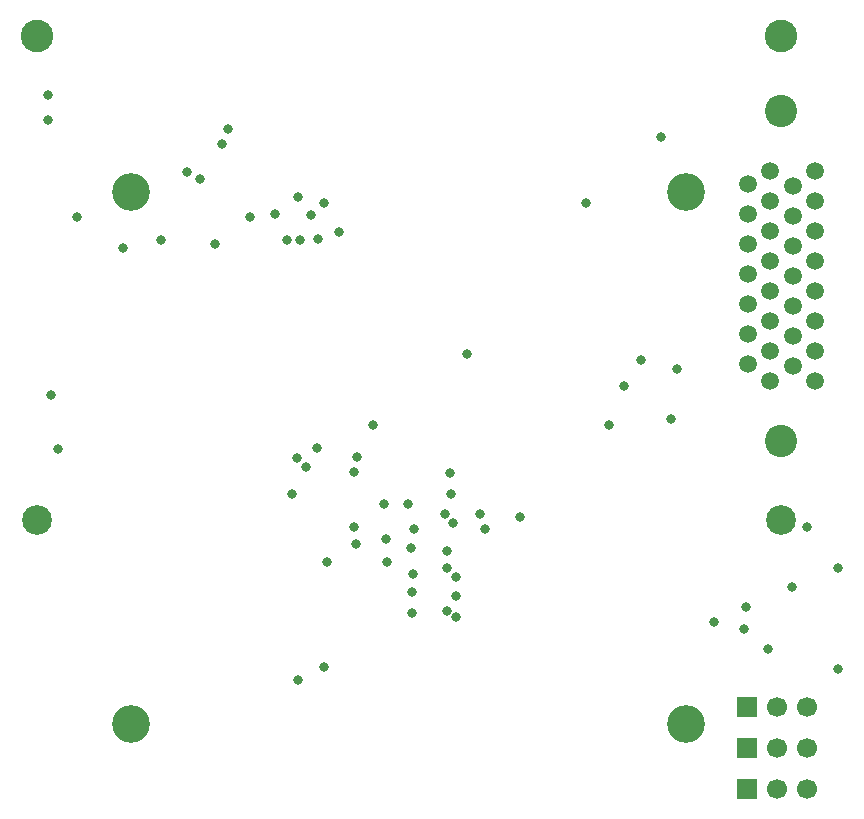
<source format=gts>
%FSLAX42Y42*%
%MOMM*%
G71*
G01*
G75*
G04 Layer_Color=8388736*
%ADD10C,0.15*%
%ADD11C,0.50*%
%ADD12C,0.80*%
%ADD13C,0.20*%
%ADD14C,0.25*%
%ADD15C,1.00*%
%ADD16C,4.10*%
%ADD17C,1.30*%
%ADD18C,2.54*%
%ADD19R,1.50X1.50*%
%ADD20C,1.50*%
%ADD21C,2.30*%
%ADD22C,2.55*%
%ADD23C,3.00*%
%ADD24C,0.60*%
%ADD25C,0.50*%
%ADD26R,0.61X0.51*%
%ADD27R,0.71X1.32*%
G04:AMPARAMS|DCode=28|XSize=0.51mm|YSize=0.61mm|CornerRadius=0.13mm|HoleSize=0mm|Usage=FLASHONLY|Rotation=0.000|XOffset=0mm|YOffset=0mm|HoleType=Round|Shape=RoundedRectangle|*
%AMROUNDEDRECTD28*
21,1,0.51,0.36,0,0,0.0*
21,1,0.25,0.61,0,0,0.0*
1,1,0.25,0.13,-0.18*
1,1,0.25,-0.13,-0.18*
1,1,0.25,-0.13,0.18*
1,1,0.25,0.13,0.18*
%
%ADD28ROUNDEDRECTD28*%
%ADD29R,0.30X0.30*%
%ADD30R,0.30X0.50*%
%ADD31R,0.30X0.30*%
%ADD32R,0.50X0.30*%
%ADD33R,3.30X3.30*%
%ADD34R,0.30X0.45*%
%ADD35R,0.45X0.30*%
%ADD36R,0.98X3.40*%
%ADD37R,1.42X1.07*%
%ADD38R,1.91X1.19*%
%ADD39R,1.91X2.39*%
%ADD40R,2.11X1.50*%
%ADD41R,1.70X0.46*%
%ADD42R,0.51X0.61*%
%ADD43R,0.61X0.91*%
G04:AMPARAMS|DCode=44|XSize=0.71mm|YSize=1.32mm|CornerRadius=0.18mm|HoleSize=0mm|Usage=FLASHONLY|Rotation=0.000|XOffset=0mm|YOffset=0mm|HoleType=Round|Shape=RoundedRectangle|*
%AMROUNDEDRECTD44*
21,1,0.71,0.97,0,0,0.0*
21,1,0.36,1.32,0,0,0.0*
1,1,0.36,0.18,-0.48*
1,1,0.36,-0.18,-0.48*
1,1,0.36,-0.18,0.48*
1,1,0.36,0.18,0.48*
%
%ADD44ROUNDEDRECTD44*%
G04:AMPARAMS|DCode=45|XSize=0.61mm|YSize=0.91mm|CornerRadius=0.15mm|HoleSize=0mm|Usage=FLASHONLY|Rotation=90.000|XOffset=0mm|YOffset=0mm|HoleType=Round|Shape=RoundedRectangle|*
%AMROUNDEDRECTD45*
21,1,0.61,0.61,0,0,90.0*
21,1,0.30,0.91,0,0,90.0*
1,1,0.30,0.30,0.15*
1,1,0.30,0.30,-0.15*
1,1,0.30,-0.30,-0.15*
1,1,0.30,-0.30,0.15*
%
%ADD45ROUNDEDRECTD45*%
%ADD46R,0.71X0.20*%
%ADD47O,0.28X0.85*%
%ADD48O,0.85X0.28*%
%ADD49R,1.70X1.70*%
%ADD50R,3.02X0.76*%
%ADD51R,1.22X0.71*%
%ADD52R,1.70X0.40*%
G04:AMPARAMS|DCode=53|XSize=0.61mm|YSize=1.7mm|CornerRadius=0.3mm|HoleSize=0mm|Usage=FLASHONLY|Rotation=0.000|XOffset=0mm|YOffset=0mm|HoleType=Round|Shape=RoundedRectangle|*
%AMROUNDEDRECTD53*
21,1,0.61,1.09,0,0,0.0*
21,1,0.00,1.70,0,0,0.0*
1,1,0.61,0.00,-0.55*
1,1,0.61,0.00,-0.55*
1,1,0.61,0.00,0.55*
1,1,0.61,0.00,0.55*
%
%ADD53ROUNDEDRECTD53*%
G04:AMPARAMS|DCode=54|XSize=2.82mm|YSize=1.02mm|CornerRadius=0.51mm|HoleSize=0mm|Usage=FLASHONLY|Rotation=270.000|XOffset=0mm|YOffset=0mm|HoleType=Round|Shape=RoundedRectangle|*
%AMROUNDEDRECTD54*
21,1,2.82,0.00,0,0,270.0*
21,1,1.80,1.02,0,0,270.0*
1,1,1.02,0.00,-0.90*
1,1,1.02,0.00,0.90*
1,1,1.02,0.00,0.90*
1,1,1.02,0.00,-0.90*
%
%ADD54ROUNDEDRECTD54*%
%ADD55C,0.38*%
%ADD56C,0.60*%
%ADD57C,0.13*%
%ADD58R,0.60X0.15*%
%ADD59C,0.10*%
%ADD60C,1.50*%
%ADD61C,2.74*%
%ADD62R,1.70X1.70*%
%ADD63C,1.70*%
%ADD64C,2.51*%
%ADD65C,2.76*%
%ADD66C,3.20*%
%ADD67C,0.80*%
D59*
X-2985Y1905D02*
D03*
X-928Y-958D02*
D03*
D60*
X2925Y1528D02*
D03*
Y1782D02*
D03*
Y2036D02*
D03*
Y2290D02*
D03*
Y2544D02*
D03*
Y2798D02*
D03*
Y3052D02*
D03*
X2735Y1655D02*
D03*
Y1909D02*
D03*
Y2163D02*
D03*
Y2417D02*
D03*
Y2671D02*
D03*
Y2925D02*
D03*
X2544Y3052D02*
D03*
Y2798D02*
D03*
Y2544D02*
D03*
Y2290D02*
D03*
Y2036D02*
D03*
Y1782D02*
D03*
Y1528D02*
D03*
Y1274D02*
D03*
X2354Y2938D02*
D03*
Y2684D02*
D03*
Y2430D02*
D03*
Y2176D02*
D03*
Y1922D02*
D03*
Y1668D02*
D03*
Y1414D02*
D03*
X2735Y1401D02*
D03*
X2925Y1274D02*
D03*
D61*
X2640Y3560D02*
D03*
Y766D02*
D03*
D62*
X2350Y-1829D02*
D03*
Y-2184D02*
D03*
Y-1486D02*
D03*
D63*
X2603Y-1829D02*
D03*
X2858D02*
D03*
X2603Y-2184D02*
D03*
X2858D02*
D03*
X2603Y-1486D02*
D03*
X2858D02*
D03*
D64*
X2637Y96D02*
D03*
X-3663D02*
D03*
D65*
Y4196D02*
D03*
X2637D02*
D03*
D66*
X1837Y-1629D02*
D03*
Y2871D02*
D03*
X-2863D02*
D03*
Y-1629D02*
D03*
D67*
X1623Y3340D02*
D03*
X988Y2779D02*
D03*
X1184Y904D02*
D03*
X1702Y952D02*
D03*
X1753Y1372D02*
D03*
X1308Y1232D02*
D03*
X1448Y1448D02*
D03*
X-2388Y3048D02*
D03*
X-2616Y2464D02*
D03*
X2324Y-826D02*
D03*
X2337Y-635D02*
D03*
X2070Y-762D02*
D03*
X2527Y-991D02*
D03*
X2858Y38D02*
D03*
X3124Y-1168D02*
D03*
Y-305D02*
D03*
X2729Y-469D02*
D03*
X-3327Y2667D02*
D03*
X-3480Y699D02*
D03*
X-140Y76D02*
D03*
X127Y25D02*
D03*
X89Y152D02*
D03*
X-209Y145D02*
D03*
X-476Y-362D02*
D03*
X-1105Y2540D02*
D03*
X-1232Y2781D02*
D03*
X-1435Y2464D02*
D03*
X-495Y-140D02*
D03*
X-1384Y546D02*
D03*
X-978Y508D02*
D03*
X-470Y25D02*
D03*
X-25Y1499D02*
D03*
X-165Y495D02*
D03*
X-156Y314D02*
D03*
X-521Y229D02*
D03*
X424Y122D02*
D03*
X-813Y902D02*
D03*
X-978Y38D02*
D03*
X-952Y635D02*
D03*
X-114Y-724D02*
D03*
Y-546D02*
D03*
Y-381D02*
D03*
X-190Y-165D02*
D03*
X-711Y-63D02*
D03*
X-965Y-102D02*
D03*
X-1206Y-254D02*
D03*
X-699D02*
D03*
X-483Y-508D02*
D03*
Y-686D02*
D03*
X-190Y-673D02*
D03*
Y-305D02*
D03*
X-1232Y-1143D02*
D03*
X-1295Y711D02*
D03*
X-1448Y-1257D02*
D03*
Y2832D02*
D03*
X-1460Y622D02*
D03*
X-1346Y2680D02*
D03*
X-1856Y2664D02*
D03*
X-1651Y2692D02*
D03*
X-2045Y3404D02*
D03*
X-2159Y2438D02*
D03*
X-2095Y3277D02*
D03*
X-3543Y1156D02*
D03*
X-3569Y3480D02*
D03*
Y3696D02*
D03*
X-2286Y2984D02*
D03*
X-2936Y2398D02*
D03*
X-724Y229D02*
D03*
X-1283Y2476D02*
D03*
X-1549Y2464D02*
D03*
X-1499Y317D02*
D03*
M02*

</source>
